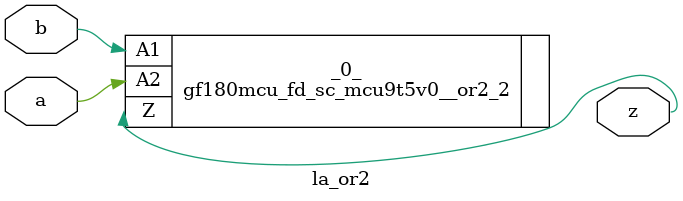
<source format=v>

/* Generated by Yosys 0.37 (git sha1 a5c7f69ed, clang 14.0.0-1ubuntu1.1 -fPIC -Os) */

module la_or2(a, b, z);
  input a;
  wire a;
  input b;
  wire b;
  output z;
  wire z;
  gf180mcu_fd_sc_mcu9t5v0__or2_2 _0_ (
    .A1(b),
    .A2(a),
    .Z(z)
  );
endmodule

</source>
